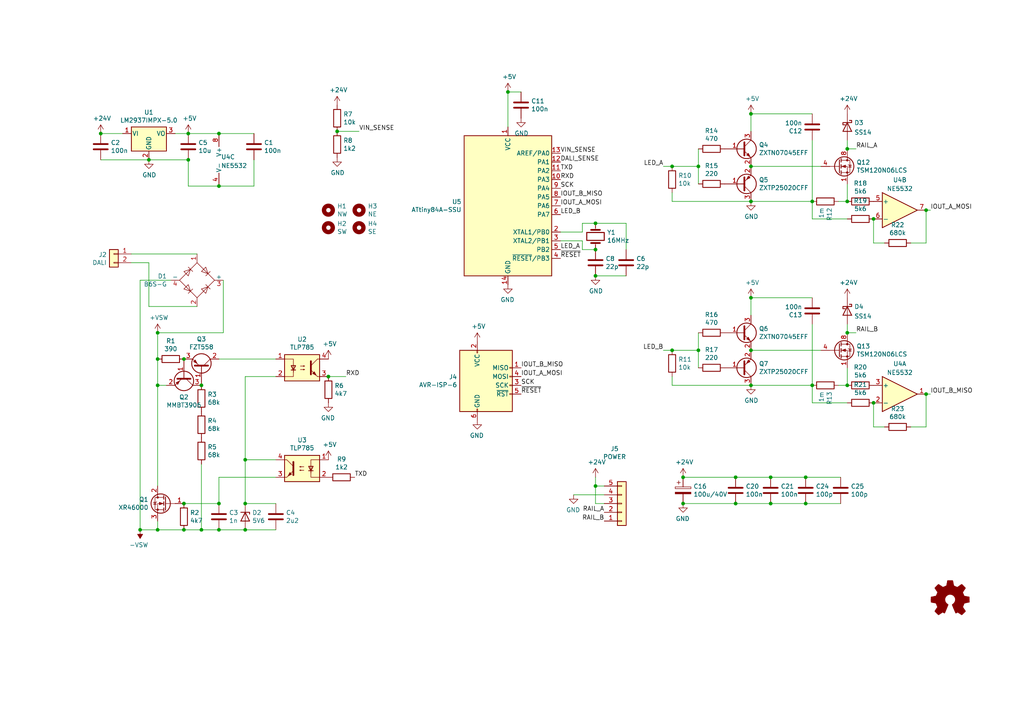
<source format=kicad_sch>
(kicad_sch (version 20211123) (generator eeschema)
  (paper "A4")
  (lib_symbols
    (symbol "Amplifier_Operational:NE5532" (pin_names (offset 0.127))
      (property "Reference" "U" (at 0 5.08 0))
      (property "Value" "NE5532" (at 0 -5.08 0))
      (symbol "NE5532_1_1"
        (pin output line (at 7.62 0 180) (length 2.54) (name "~") (number "1"))
        (pin input line (at -7.62 -2.54 0) (length 2.54) (name "-") (number "2"))
        (pin input line (at -7.62 2.54 0) (length 2.54) (name "+") (number "3"))
      )
      (symbol "NE5532_2_1"
        (pin input line (at -7.62 2.54 0) (length 2.54) (name "+") (number "5"))
        (pin input line (at -7.62 -2.54 0) (length 2.54) (name "-") (number "6"))
        (pin output line (at 7.62 0 180) (length 2.54) (name "~") (number "7"))
      )
      (symbol "NE5532_3_1"
        (pin power_in line (at -2.54 -7.62 90) (length 3.81) (name "V-") (number "4"))
        (pin power_in line (at -2.54 7.62 270) (length 3.81) (name "V+") (number "8"))
      )
    )
    (symbol "Connector:AVR-ISP-6" (pin_names (offset 1.016))
      (property "Reference" "J" (at -6.35 11.43 0))
      (property "Value" "AVR-ISP-6" (at 0 11.43 0))
      (symbol "AVR-ISP-6_1_1"
        (pin passive line (at 10.16 5.08 180) (length 2.54) (name "MISO") (number "1"))
        (pin passive line (at -2.54 12.7 270) (length 2.54) (name "VCC") (number "2"))
        (pin passive line (at 10.16 0 180) (length 2.54) (name "SCK") (number "3"))
        (pin passive line (at 10.16 2.54 180) (length 2.54) (name "MOSI") (number "4"))
        (pin passive line (at 10.16 -2.54 180) (length 2.54) (name "~{RST}") (number "5"))
        (pin passive line (at -2.54 -10.16 90) (length 2.54) (name "GND") (number "6"))
      )
    )
    (symbol "Connector_Generic:Conn_01x02" (pin_names (offset 1.016) hide)
      (property "Reference" "J" (at 0 2.54 0))
      (property "Value" "Conn_01x02" (at 0 -5.08 0))
      (symbol "Conn_01x02_1_1"
        (pin passive line (at -5.08 0 0) (length 3.81) (name "Pin_1") (number "1"))
        (pin passive line (at -5.08 -2.54 0) (length 3.81) (name "Pin_2") (number "2"))
      )
    )
    (symbol "Connector_Generic:Conn_01x05" (pin_names (offset 1.016) hide)
      (property "Reference" "J" (at 0 7.62 0))
      (property "Value" "Conn_01x05" (at 0 -7.62 0))
      (symbol "Conn_01x05_1_1"
        (pin passive line (at -5.08 5.08 0) (length 3.81) (name "Pin_1") (number "1"))
        (pin passive line (at -5.08 2.54 0) (length 3.81) (name "Pin_2") (number "2"))
        (pin passive line (at -5.08 0 0) (length 3.81) (name "Pin_3") (number "3"))
        (pin passive line (at -5.08 -2.54 0) (length 3.81) (name "Pin_4") (number "4"))
        (pin passive line (at -5.08 -5.08 0) (length 3.81) (name "Pin_5") (number "5"))
      )
    )
    (symbol "Device:C" (pin_numbers hide) (pin_names (offset 0.254))
      (property "Reference" "C" (at 0.635 2.54 0))
      (property "Value" "C" (at 0.635 -2.54 0))
      (symbol "C_1_1"
        (pin passive line (at 0 3.81 270) (length 2.794) (name "~") (number "1"))
        (pin passive line (at 0 -3.81 90) (length 2.794) (name "~") (number "2"))
      )
    )
    (symbol "Device:C_Polarized" (pin_numbers hide) (pin_names (offset 0.254))
      (property "Reference" "C" (at 0.635 2.54 0))
      (property "Value" "C_Polarized" (at 0.635 -2.54 0))
      (symbol "C_Polarized_1_1"
        (pin passive line (at 0 3.81 270) (length 2.794) (name "~") (number "1"))
        (pin passive line (at 0 -3.81 90) (length 2.794) (name "~") (number "2"))
      )
    )
    (symbol "Device:Crystal" (pin_numbers hide) (pin_names (offset 1.016) hide)
      (property "Reference" "Y" (at 0 3.81 0))
      (property "Value" "Crystal" (at 0 -3.81 0))
      (symbol "Crystal_1_1"
        (pin passive line (at -3.81 0 0) (length 1.27) (name "1") (number "1"))
        (pin passive line (at 3.81 0 180) (length 1.27) (name "2") (number "2"))
      )
    )
    (symbol "Device:D_Schottky" (pin_numbers hide) (pin_names (offset 1.016) hide)
      (property "Reference" "D" (at 0 2.54 0))
      (property "Value" "D_Schottky" (at 0 -2.54 0))
      (symbol "D_Schottky_1_1"
        (pin passive line (at -3.81 0 0) (length 2.54) (name "K") (number "1"))
        (pin passive line (at 3.81 0 180) (length 2.54) (name "A") (number "2"))
      )
    )
    (symbol "Device:D_Zener" (pin_numbers hide) (pin_names (offset 1.016) hide)
      (property "Reference" "D" (at 0 2.54 0))
      (property "Value" "D_Zener" (at 0 -2.54 0))
      (symbol "D_Zener_1_1"
        (pin passive line (at -3.81 0 0) (length 2.54) (name "K") (number "1"))
        (pin passive line (at 3.81 0 180) (length 2.54) (name "A") (number "2"))
      )
    )
    (symbol "Device:Q_NMOS_GDS" (pin_names (offset 0) hide)
      (property "Reference" "Q" (at 5.08 1.27 0))
      (property "Value" "Q_NMOS_GDS" (at 5.08 -1.27 0))
      (symbol "Q_NMOS_GDS_1_1"
        (pin input line (at -5.08 0 0) (length 2.54) (name "G") (number "1"))
        (pin passive line (at 2.54 5.08 270) (length 2.54) (name "D") (number "2"))
        (pin passive line (at 2.54 -5.08 90) (length 2.54) (name "S") (number "3"))
      )
    )
    (symbol "Device:Q_NPN_BEC" (pin_names (offset 0) hide)
      (property "Reference" "Q" (at 5.08 1.27 0))
      (property "Value" "Q_NPN_BEC" (at 5.08 -1.27 0))
      (symbol "Q_NPN_BEC_1_1"
        (pin input line (at -5.08 0 0) (length 5.715) (name "B") (number "1"))
        (pin passive line (at 2.54 -5.08 90) (length 2.54) (name "E") (number "2"))
        (pin passive line (at 2.54 5.08 270) (length 2.54) (name "C") (number "3"))
      )
    )
    (symbol "Device:Q_PNP_BCE" (pin_names (offset 0) hide)
      (property "Reference" "Q" (at 5.08 1.27 0))
      (property "Value" "Q_PNP_BCE" (at 5.08 -1.27 0))
      (symbol "Q_PNP_BCE_1_1"
        (pin input line (at -5.08 0 0) (length 5.715) (name "B") (number "1"))
        (pin passive line (at 2.54 5.08 270) (length 2.54) (name "C") (number "2"))
        (pin passive line (at 2.54 -5.08 90) (length 2.54) (name "E") (number "3"))
      )
    )
    (symbol "Device:Q_PNP_BEC" (pin_names (offset 0) hide)
      (property "Reference" "Q" (at 5.08 1.27 0))
      (property "Value" "Q_PNP_BEC" (at 5.08 -1.27 0))
      (symbol "Q_PNP_BEC_1_1"
        (pin input line (at -5.08 0 0) (length 5.715) (name "B") (number "1"))
        (pin passive line (at 2.54 -5.08 90) (length 2.54) (name "E") (number "2"))
        (pin passive line (at 2.54 5.08 270) (length 2.54) (name "C") (number "3"))
      )
    )
    (symbol "Device:R" (pin_numbers hide) (pin_names (offset 0))
      (property "Reference" "R" (at 2.032 0 90))
      (property "Value" "R" (at 0 0 90))
      (symbol "R_1_1"
        (pin passive line (at 0 3.81 270) (length 1.27) (name "~") (number "1"))
        (pin passive line (at 0 -3.81 90) (length 1.27) (name "~") (number "2"))
      )
    )
    (symbol "Diode_Bridge:MB6S" (pin_names (offset 0))
      (property "Reference" "D" (at 2.54 6.985 0))
      (property "Value" "MB6S" (at 2.54 5.08 0))
      (symbol "MB6S_1_1"
        (pin passive line (at 0 -7.62 90) (length 2.54) (name "~") (number "1"))
        (pin passive line (at 0 7.62 270) (length 2.54) (name "~") (number "2"))
        (pin passive line (at 7.62 0 180) (length 2.54) (name "+") (number "3"))
        (pin passive line (at -7.62 0 0) (length 2.54) (name "-") (number "4"))
      )
    )
    (symbol "Graphic:Logo_Open_Hardware_Small" (pin_names (offset 1.016)))
    (symbol "Isolator:TLP785" (pin_names (offset 1.016))
      (property "Reference" "U" (at -5.08 5.08 0))
      (property "Value" "TLP785" (at 0 5.08 0))
      (symbol "TLP785_1_1"
        (pin passive line (at -7.62 2.54 0) (length 2.54) (name "~") (number "1"))
        (pin passive line (at -7.62 -2.54 0) (length 2.54) (name "~") (number "2"))
        (pin passive line (at 7.62 -2.54 180) (length 2.54) (name "~") (number "3"))
        (pin passive line (at 7.62 2.54 180) (length 2.54) (name "~") (number "4"))
      )
    )
    (symbol "MCU_Microchip_ATtiny:ATtiny84A-SS"
      (property "Reference" "U" (at -12.7 21.59 0))
      (property "Value" "ATtiny84A-SS" (at 2.54 -21.59 0))
      (symbol "ATtiny84A-SS_1_1"
        (pin power_in line (at 0 22.86 270) (length 2.54) (name "VCC") (number "1"))
        (pin bidirectional line (at 15.24 7.62 180) (length 2.54) (name "PA3") (number "10"))
        (pin bidirectional line (at 15.24 10.16 180) (length 2.54) (name "PA2") (number "11"))
        (pin bidirectional line (at 15.24 12.7 180) (length 2.54) (name "PA1") (number "12"))
        (pin bidirectional line (at 15.24 15.24 180) (length 2.54) (name "AREF/PA0") (number "13"))
        (pin power_in line (at 0 -22.86 90) (length 2.54) (name "GND") (number "14"))
        (pin bidirectional line (at 15.24 -7.62 180) (length 2.54) (name "XTAL1/PB0") (number "2"))
        (pin bidirectional line (at 15.24 -10.16 180) (length 2.54) (name "XTAL2/PB1") (number "3"))
        (pin bidirectional line (at 15.24 -15.24 180) (length 2.54) (name "~{RESET}/PB3") (number "4"))
        (pin bidirectional line (at 15.24 -12.7 180) (length 2.54) (name "PB2") (number "5"))
        (pin bidirectional line (at 15.24 -2.54 180) (length 2.54) (name "PA7") (number "6"))
        (pin bidirectional line (at 15.24 0 180) (length 2.54) (name "PA6") (number "7"))
        (pin bidirectional line (at 15.24 2.54 180) (length 2.54) (name "PA5") (number "8"))
        (pin bidirectional line (at 15.24 5.08 180) (length 2.54) (name "PA4") (number "9"))
      )
    )
    (symbol "Mechanical:MountingHole" (pin_names (offset 1.016))
      (property "Reference" "H" (at 0 5.08 0))
      (property "Value" "MountingHole" (at 0 3.175 0))
    )
    (symbol "Regulator_Linear:LM2937xMP" (pin_names (offset 0.254))
      (property "Reference" "U" (at -3.81 3.175 0))
      (property "Value" "LM2937xMP" (at 0 3.175 0))
      (symbol "LM2937xMP_1_1"
        (pin power_in line (at -7.62 0 0) (length 2.54) (name "VI") (number "1"))
        (pin power_in line (at 0 -7.62 90) (length 2.54) (name "GND") (number "2"))
        (pin power_out line (at 7.62 0 180) (length 2.54) (name "VO") (number "3"))
      )
    )
    (symbol "Transistor_BJT:MMBT3906" (pin_names (offset 0) hide)
      (property "Reference" "Q" (at 5.08 1.905 0))
      (property "Value" "MMBT3906" (at 5.08 0 0))
      (symbol "MMBT3906_1_1"
        (pin input line (at -5.08 0 0) (length 5.715) (name "B") (number "1"))
        (pin passive line (at 2.54 -5.08 90) (length 2.54) (name "E") (number "2"))
        (pin passive line (at 2.54 5.08 270) (length 2.54) (name "C") (number "3"))
      )
    )
    (symbol "Transistor_FET:FDS6630A" (pin_names hide)
      (property "Reference" "Q" (at 5.08 2.54 0))
      (property "Value" "FDS6630A" (at 5.08 0 0))
      (symbol "FDS6630A_1_1"
        (pin passive line (at 2.54 -5.08 90) (length 2.54) (name "S") (number "1"))
        (pin passive line (at 2.54 -5.08 90) (length 2.54) hide (name "S") (number "2"))
        (pin passive line (at 2.54 -5.08 90) (length 2.54) hide (name "S") (number "3"))
        (pin input line (at -5.08 0 0) (length 2.54) (name "G") (number "4"))
        (pin passive line (at 2.54 5.08 270) (length 2.54) hide (name "D") (number "5"))
        (pin passive line (at 2.54 5.08 270) (length 2.54) hide (name "D") (number "6"))
        (pin passive line (at 2.54 5.08 270) (length 2.54) hide (name "D") (number "7"))
        (pin passive line (at 2.54 5.08 270) (length 2.54) (name "D") (number "8"))
      )
    )
    (symbol "power:+24V" (power) (pin_names (offset 0))
      (property "Value" "+24V" (at 0 3.556 0))
      (symbol "+24V_1_1"
        (pin power_in line (at 0 0 90) (length 0) hide (name "+24V") (number "1"))
      )
    )
    (symbol "power:+5V" (power) (pin_names (offset 0))
      (property "Value" "+5V" (at 0 3.556 0))
      (symbol "+5V_1_1"
        (pin power_in line (at 0 0 90) (length 0) hide (name "+5V") (number "1"))
      )
    )
    (symbol "power:+VSW" (power) (pin_names (offset 0))
      (property "Value" "+VSW" (at 0 3.556 0))
      (symbol "+VSW_1_1"
        (pin power_in line (at 0 0 90) (length 0) hide (name "+VSW") (number "1"))
      )
    )
    (symbol "power:-VSW" (power) (pin_names (offset 0))
      (property "Value" "-VSW" (at 0 3.81 0))
      (symbol "-VSW_0_0"
        (pin power_in line (at 0 0 90) (length 0) hide (name "-VSW") (number "1"))
      )
    )
    (symbol "power:GND" (power) (pin_names (offset 0))
      (property "Value" "GND" (at 0 -3.81 0))
      (symbol "GND_1_1"
        (pin power_in line (at 0 0 270) (length 0) hide (name "GND") (number "1"))
      )
    )
  )
  (junction (at 194.945 101.6))
  (junction (at 45.72 96.52))
  (junction (at 217.805 86.36))
  (junction (at 233.68 138.43))
  (junction (at 95.25 109.22))
  (junction (at 235.585 111.76))
  (junction (at 198.12 146.05))
  (junction (at 97.79 38.1))
  (junction (at 63.5 153.67))
  (junction (at 253.365 63.5))
  (junction (at 45.72 104.14))
  (junction (at 71.12 133.35))
  (junction (at 268.605 114.3))
  (junction (at 245.745 96.52))
  (junction (at 245.745 111.76))
  (junction (at 45.72 111.76))
  (junction (at 58.42 111.76))
  (junction (at 29.21 38.735))
  (junction (at 40.64 153.67))
  (junction (at 245.745 43.18))
  (junction (at 213.36 146.05))
  (junction (at 147.32 26.67))
  (junction (at 268.605 60.96))
  (junction (at 217.805 101.6))
  (junction (at 172.72 72.39))
  (junction (at 53.34 146.05))
  (junction (at 63.5 38.735))
  (junction (at 233.68 146.05))
  (junction (at 217.805 58.42))
  (junction (at 71.12 146.05))
  (junction (at 217.805 111.76))
  (junction (at 245.745 58.42))
  (junction (at 58.42 153.67))
  (junction (at 198.12 138.43))
  (junction (at 172.72 64.77))
  (junction (at 53.34 153.67))
  (junction (at 172.72 140.97))
  (junction (at 45.72 153.67))
  (junction (at 54.61 38.735))
  (junction (at 223.52 146.05))
  (junction (at 202.565 48.26))
  (junction (at 71.12 153.67))
  (junction (at 223.52 138.43))
  (junction (at 63.5 146.05))
  (junction (at 253.365 116.84))
  (junction (at 172.72 80.01))
  (junction (at 63.5 53.975))
  (junction (at 54.61 46.355))
  (junction (at 43.18 46.355))
  (junction (at 235.585 58.42))
  (junction (at 202.565 101.6))
  (junction (at 194.945 48.26))
  (junction (at 53.34 104.14))
  (junction (at 213.36 138.43))
  (junction (at 217.805 48.26))
  (junction (at 217.805 33.02))
  (wire (pts (xy 198.12 138.43) (xy 213.36 138.43)))
  (wire (pts (xy 198.12 146.05) (xy 213.36 146.05)))
  (wire (pts (xy 181.61 64.77) (xy 172.72 64.77)))
  (wire (pts (xy 43.18 88.9) (xy 43.18 76.2)))
  (wire (pts (xy 264.16 70.485) (xy 268.605 70.485)))
  (wire (pts (xy 175.26 140.97) (xy 172.72 140.97)))
  (wire (pts (xy 63.5 38.735) (xy 73.66 38.735)))
  (wire (pts (xy 245.745 93.98) (xy 245.745 96.52)))
  (wire (pts (xy 202.565 53.34) (xy 202.565 48.26)))
  (wire (pts (xy 181.61 72.39) (xy 181.61 64.77)))
  (wire (pts (xy 38.1 73.66) (xy 57.15 73.66)))
  (wire (pts (xy 147.32 26.67) (xy 147.32 36.83)))
  (wire (pts (xy 63.5 104.14) (xy 80.01 104.14)))
  (wire (pts (xy 80.01 133.35) (xy 71.12 133.35)))
  (wire (pts (xy 245.745 111.76) (xy 245.745 106.68)))
  (wire (pts (xy 168.91 69.85) (xy 168.91 72.39)))
  (wire (pts (xy 71.12 153.67) (xy 80.01 153.67)))
  (wire (pts (xy 172.72 138.43) (xy 172.72 140.97)))
  (wire (pts (xy 253.365 123.825) (xy 256.54 123.825)))
  (wire (pts (xy 172.72 146.05) (xy 175.26 146.05)))
  (wire (pts (xy 235.585 63.5) (xy 235.585 58.42)))
  (wire (pts (xy 166.37 143.51) (xy 175.26 143.51)))
  (wire (pts (xy 58.42 134.62) (xy 58.42 153.67)))
  (wire (pts (xy 45.72 153.67) (xy 45.72 151.13)))
  (wire (pts (xy 71.12 146.05) (xy 71.12 133.35)))
  (wire (pts (xy 217.805 48.26) (xy 238.125 48.26)))
  (wire (pts (xy 63.5 138.43) (xy 63.5 146.05)))
  (wire (pts (xy 245.745 58.42) (xy 245.745 53.34)))
  (wire (pts (xy 162.56 69.85) (xy 168.91 69.85)))
  (wire (pts (xy 49.53 81.28) (xy 40.64 81.28)))
  (wire (pts (xy 151.13 26.67) (xy 147.32 26.67)))
  (wire (pts (xy 202.565 106.68) (xy 202.565 101.6)))
  (wire (pts (xy 217.805 91.44) (xy 217.805 86.36)))
  (wire (pts (xy 233.68 146.05) (xy 243.84 146.05)))
  (wire (pts (xy 194.945 101.6) (xy 192.405 101.6)))
  (wire (pts (xy 40.64 81.28) (xy 40.64 153.67)))
  (wire (pts (xy 53.34 153.67) (xy 58.42 153.67)))
  (wire (pts (xy 168.91 67.31) (xy 168.91 64.77)))
  (wire (pts (xy 223.52 146.05) (xy 233.68 146.05)))
  (wire (pts (xy 256.54 70.485) (xy 253.365 70.485)))
  (wire (pts (xy 45.72 104.14) (xy 45.72 96.52)))
  (wire (pts (xy 238.125 101.6) (xy 217.805 101.6)))
  (wire (pts (xy 73.66 53.975) (xy 73.66 46.355)))
  (wire (pts (xy 43.18 76.2) (xy 38.1 76.2)))
  (wire (pts (xy 235.585 93.98) (xy 235.585 111.76)))
  (wire (pts (xy 194.945 101.6) (xy 202.565 101.6)))
  (wire (pts (xy 162.56 67.31) (xy 168.91 67.31)))
  (wire (pts (xy 58.42 153.67) (xy 63.5 153.67)))
  (wire (pts (xy 48.26 111.76) (xy 45.72 111.76)))
  (wire (pts (xy 202.565 101.6) (xy 202.565 96.52)))
  (wire (pts (xy 54.61 46.355) (xy 54.61 53.975)))
  (wire (pts (xy 194.945 109.22) (xy 194.945 111.76)))
  (wire (pts (xy 54.61 38.735) (xy 63.5 38.735)))
  (wire (pts (xy 217.805 38.1) (xy 217.805 33.02)))
  (wire (pts (xy 45.72 111.76) (xy 45.72 104.14)))
  (wire (pts (xy 45.72 140.97) (xy 45.72 111.76)))
  (wire (pts (xy 243.205 58.42) (xy 245.745 58.42)))
  (wire (pts (xy 43.18 88.9) (xy 57.15 88.9)))
  (wire (pts (xy 194.945 111.76) (xy 217.805 111.76)))
  (wire (pts (xy 40.64 153.67) (xy 45.72 153.67)))
  (wire (pts (xy 268.605 60.96) (xy 269.875 60.96)))
  (wire (pts (xy 202.565 48.26) (xy 194.945 48.26)))
  (wire (pts (xy 64.77 96.52) (xy 64.77 81.28)))
  (wire (pts (xy 43.18 46.355) (xy 54.61 46.355)))
  (wire (pts (xy 181.61 80.01) (xy 172.72 80.01)))
  (wire (pts (xy 223.52 138.43) (xy 233.68 138.43)))
  (wire (pts (xy 100.33 109.22) (xy 95.25 109.22)))
  (wire (pts (xy 268.605 123.825) (xy 264.16 123.825)))
  (wire (pts (xy 202.565 48.26) (xy 202.565 43.18)))
  (wire (pts (xy 213.36 146.05) (xy 223.52 146.05)))
  (wire (pts (xy 194.945 48.26) (xy 192.405 48.26)))
  (wire (pts (xy 268.605 70.485) (xy 268.605 60.96)))
  (wire (pts (xy 233.68 138.43) (xy 243.84 138.43)))
  (wire (pts (xy 50.8 38.735) (xy 54.61 38.735)))
  (wire (pts (xy 71.12 109.22) (xy 80.01 109.22)))
  (wire (pts (xy 213.36 138.43) (xy 223.52 138.43)))
  (wire (pts (xy 71.12 133.35) (xy 71.12 109.22)))
  (wire (pts (xy 268.605 114.3) (xy 269.875 114.3)))
  (wire (pts (xy 53.34 153.67) (xy 45.72 153.67)))
  (wire (pts (xy 63.5 153.67) (xy 71.12 153.67)))
  (wire (pts (xy 253.365 123.825) (xy 253.365 116.84)))
  (wire (pts (xy 194.945 58.42) (xy 217.805 58.42)))
  (wire (pts (xy 104.14 38.1) (xy 97.79 38.1)))
  (wire (pts (xy 63.5 53.975) (xy 73.66 53.975)))
  (wire (pts (xy 29.21 38.735) (xy 35.56 38.735)))
  (wire (pts (xy 217.805 33.02) (xy 235.585 33.02)))
  (wire (pts (xy 71.12 146.05) (xy 80.01 146.05)))
  (wire (pts (xy 168.91 64.77) (xy 172.72 64.77)))
  (wire (pts (xy 217.805 86.36) (xy 235.585 86.36)))
  (wire (pts (xy 80.01 138.43) (xy 63.5 138.43)))
  (wire (pts (xy 217.805 111.76) (xy 235.585 111.76)))
  (wire (pts (xy 172.72 140.97) (xy 172.72 146.05)))
  (wire (pts (xy 235.585 40.64) (xy 235.585 58.42)))
  (wire (pts (xy 54.61 53.975) (xy 63.5 53.975)))
  (wire (pts (xy 253.365 70.485) (xy 253.365 63.5)))
  (wire (pts (xy 268.605 114.3) (xy 268.605 123.825)))
  (wire (pts (xy 45.72 96.52) (xy 64.77 96.52)))
  (wire (pts (xy 248.285 43.18) (xy 245.745 43.18)))
  (wire (pts (xy 172.72 72.39) (xy 168.91 72.39)))
  (wire (pts (xy 245.745 40.64) (xy 245.745 43.18)))
  (wire (pts (xy 235.585 116.84) (xy 235.585 111.76)))
  (wire (pts (xy 245.745 63.5) (xy 235.585 63.5)))
  (wire (pts (xy 29.21 46.355) (xy 43.18 46.355)))
  (wire (pts (xy 245.745 116.84) (xy 235.585 116.84)))
  (wire (pts (xy 217.805 58.42) (xy 235.585 58.42)))
  (wire (pts (xy 63.5 146.05) (xy 53.34 146.05)))
  (wire (pts (xy 248.285 96.52) (xy 245.745 96.52)))
  (wire (pts (xy 243.205 111.76) (xy 245.745 111.76)))
  (wire (pts (xy 194.945 55.88) (xy 194.945 58.42)))
  (label "IOUT_B_MISO" (at 269.875 114.3 0))
  (label "IOUT_B_MISO" (at 162.56 57.15 0))
  (label "VIN_SENSE" (at 162.56 44.45 0))
  (label "RXD" (at 100.33 109.22 0))
  (label "RAIL_A" (at 248.285 43.18 0))
  (label "~{RESET}" (at 162.56 74.93 0))
  (label "RAIL_B" (at 248.285 96.52 0))
  (label "~{RESET}" (at 151.13 114.3 0))
  (label "IOUT_A_MOSI" (at 269.875 60.96 0))
  (label "RXD" (at 162.56 52.07 0))
  (label "VIN_SENSE" (at 104.14 38.1 0))
  (label "DALI_SENSE" (at 162.56 46.99 0))
  (label "SCK" (at 151.13 111.76 0))
  (label "TXD" (at 162.56 49.53 0))
  (label "IOUT_A_MOSI" (at 162.56 59.69 0))
  (label "SCK" (at 162.56 54.61 0))
  (label "RAIL_A" (at 175.26 148.59 180))
  (label "RAIL_B" (at 175.26 151.13 180))
  (label "LED_B" (at 192.405 101.6 180))
  (label "LED_A" (at 192.405 48.26 180))
  (label "IOUT_B_MISO" (at 151.13 106.68 0))
  (label "TXD" (at 102.87 138.43 0))
  (label "IOUT_A_MOSI" (at 151.13 109.22 0))
  (label "LED_B" (at 162.56 62.23 0))
  (label "LED_A" (at 162.56 72.39 0))
  (symbol (lib_id "power:+24V") (at 29.21 38.735 0) (unit 1)
    (property "Reference" "#PWR0101" (effects hide))
    (property "Value" "+24V" (at 29.591 34.3408 0))
  )
  (symbol (lib_id "Device:C_Polarized") (at 198.12 142.24 0) (unit 1)
    (property "Reference" "C16" (at 201.1172 141.0716 0) (effects (justify left)))
    (property "Value" "100u/40V" (at 201.1172 143.383 0) (effects (justify left)))
    (property "Footprint" "Capacitor_SMD:CP_Elec_10x10.5" (effects hide))
  )
  (symbol (lib_id "Device:C") (at 235.585 36.83 180) (unit 1)
    (property "Reference" "C12" (at 232.664 37.9984 0) (effects (justify left)))
    (property "Value" "100n" (at 232.664 35.687 0) (effects (justify left)))
    (property "Footprint" "Capacitor_SMD:C_0805_2012Metric_Pad1.18x1.45mm_HandSolder" (effects hide))
  )
  (symbol (lib_id "Transistor_FET:FDS6630A") (at 243.205 48.26 0) (unit 1)
    (property "Reference" "Q12" (at 248.412 47.0916 0) (effects (justify left)))
    (property "Value" "TSM120N06LCS" (at 248.412 49.403 0) (effects (justify left)))
    (property "Footprint" "Package_SO:SOIC-8_3.9x4.9mm_P1.27mm" (effects hide))
    (property "Datasheet" "http://www.onsemi.com/pub/Collateral/FDS6630A-D.pdf" (effects hide))
  )
  (symbol (lib_id "power:+24V") (at 245.745 33.02 0) (unit 1)
    (property "Reference" "#PWR0102" (effects hide))
    (property "Value" "+24V" (at 246.126 28.6258 0))
  )
  (symbol (lib_id "power:GND") (at 43.18 46.355 0) (unit 1)
    (property "Reference" "#PWR0115" (effects hide))
    (property "Value" "GND" (at 43.307 50.7492 0))
  )
  (symbol (lib_id "Regulator_Linear:LM2937xMP") (at 43.18 38.735 0) (unit 1)
    (property "Reference" "U1" (at 43.18 32.5882 0))
    (property "Value" "LM2937IMPX-5.0" (at 43.18 34.8996 0))
    (property "Footprint" "Package_TO_SOT_SMD:SOT-223-3_TabPin2" (effects hide))
    (property "Datasheet" "http://www.ti.com/lit/ds/symlink/lm2937.pdf" (effects hide))
  )
  (symbol (lib_id "Device:C") (at 54.61 42.545 0) (unit 1)
    (property "Reference" "C5" (at 57.531 41.3766 0) (effects (justify left)))
    (property "Value" "10u" (at 57.531 43.688 0) (effects (justify left)))
    (property "Footprint" "Capacitor_SMD:C_0805_2012Metric_Pad1.18x1.45mm_HandSolder" (effects hide))
  )
  (symbol (lib_id "Device:C") (at 29.21 42.545 0) (unit 1)
    (property "Reference" "C2" (at 32.131 41.3766 0) (effects (justify left)))
    (property "Value" "100n" (at 32.131 43.688 0) (effects (justify left)))
    (property "Footprint" "Capacitor_SMD:C_0805_2012Metric_Pad1.18x1.45mm_HandSolder" (effects hide))
  )
  (symbol (lib_id "Device:R") (at 194.945 52.07 0) (unit 1)
    (property "Reference" "R10" (at 196.723 50.9016 0) (effects (justify left)))
    (property "Value" "10k" (at 196.723 53.213 0) (effects (justify left)))
    (property "Footprint" "Resistor_SMD:R_0805_2012Metric_Pad1.20x1.40mm_HandSolder" (effects hide))
  )
  (symbol (lib_id "power:GND") (at 217.805 58.42 0) (unit 1)
    (property "Reference" "#PWR0103" (effects hide))
    (property "Value" "GND" (at 217.932 62.8142 0))
  )
  (symbol (lib_id "power:+5V") (at 217.805 33.02 0) (unit 1)
    (property "Reference" "#PWR0104" (effects hide))
    (property "Value" "+5V" (at 218.186 28.6258 0))
  )
  (symbol (lib_id "Device:C") (at 235.585 90.17 180) (unit 1)
    (property "Reference" "C13" (at 232.664 91.3384 0) (effects (justify left)))
    (property "Value" "100n" (at 232.664 89.027 0) (effects (justify left)))
    (property "Footprint" "Capacitor_SMD:C_0805_2012Metric_Pad1.18x1.45mm_HandSolder" (effects hide))
  )
  (symbol (lib_id "Transistor_FET:FDS6630A") (at 243.205 101.6 0) (unit 1)
    (property "Reference" "Q13" (at 248.412 100.4316 0) (effects (justify left)))
    (property "Value" "TSM120N06LCS" (at 248.412 102.743 0) (effects (justify left)))
    (property "Footprint" "Package_SO:SOIC-8_3.9x4.9mm_P1.27mm" (effects hide))
    (property "Datasheet" "http://www.onsemi.com/pub/Collateral/FDS6630A-D.pdf" (effects hide))
  )
  (symbol (lib_id "power:+24V") (at 245.745 86.36 0) (unit 1)
    (property "Reference" "#PWR0105" (effects hide))
    (property "Value" "+24V" (at 246.126 81.9658 0))
  )
  (symbol (lib_id "Device:R") (at 194.945 105.41 0) (unit 1)
    (property "Reference" "R11" (at 196.723 104.2416 0) (effects (justify left)))
    (property "Value" "10k" (at 196.723 106.553 0) (effects (justify left)))
    (property "Footprint" "Resistor_SMD:R_0805_2012Metric_Pad1.20x1.40mm_HandSolder" (effects hide))
  )
  (symbol (lib_id "power:GND") (at 217.805 111.76 0) (unit 1)
    (property "Reference" "#PWR0106" (effects hide))
    (property "Value" "GND" (at 217.932 116.1542 0))
  )
  (symbol (lib_id "power:+5V") (at 217.805 86.36 0) (unit 1)
    (property "Reference" "#PWR0107" (effects hide))
    (property "Value" "+5V" (at 218.186 81.9658 0))
  )
  (symbol (lib_id "Device:Crystal") (at 172.72 68.58 270) (unit 1)
    (property "Reference" "Y1" (at 176.0474 67.4116 90) (effects (justify left)))
    (property "Value" "16MHz" (at 176.0474 69.723 90) (effects (justify left)))
    (property "Footprint" "Crystal:Crystal_SMD_HC49-SD" (effects hide))
  )
  (symbol (lib_id "Device:C") (at 181.61 76.2 0) (unit 1)
    (property "Reference" "C6" (at 184.531 75.0316 0) (effects (justify left)))
    (property "Value" "22p" (at 184.531 77.343 0) (effects (justify left)))
    (property "Footprint" "Capacitor_SMD:C_0805_2012Metric_Pad1.18x1.45mm_HandSolder" (effects hide))
  )
  (symbol (lib_id "Device:C") (at 172.72 76.2 0) (unit 1)
    (property "Reference" "C8" (at 175.641 75.0316 0) (effects (justify left)))
    (property "Value" "22p" (at 175.641 77.343 0) (effects (justify left)))
    (property "Footprint" "Capacitor_SMD:C_0805_2012Metric_Pad1.18x1.45mm_HandSolder" (effects hide))
  )
  (symbol (lib_id "power:GND") (at 172.72 80.01 0) (unit 1)
    (property "Reference" "#PWR0116" (effects hide))
    (property "Value" "GND" (at 172.847 84.4042 0))
  )
  (symbol (lib_id "power:+5V") (at 54.61 38.735 0) (unit 1)
    (property "Reference" "#PWR0114" (effects hide))
    (property "Value" "+5V" (at 54.991 34.3408 0))
  )
  (symbol (lib_id "power:GND") (at 147.32 82.55 0) (mirror y) (unit 1)
    (property "Reference" "#PWR0117" (effects hide))
    (property "Value" "GND" (at 147.193 86.9442 0))
  )
  (symbol (lib_id "Device:C") (at 151.13 30.48 0) (unit 1)
    (property "Reference" "C11" (at 154.051 29.3116 0) (effects (justify left)))
    (property "Value" "100n" (at 154.051 31.623 0) (effects (justify left)))
    (property "Footprint" "Capacitor_SMD:C_0805_2012Metric_Pad1.18x1.45mm_HandSolder" (effects hide))
  )
  (symbol (lib_id "power:+5V") (at 147.32 26.67 0) (unit 1)
    (property "Reference" "#PWR0118" (effects hide))
    (property "Value" "+5V" (at 147.701 22.2758 0))
  )
  (symbol (lib_id "power:GND") (at 151.13 34.29 0) (unit 1)
    (property "Reference" "#PWR0119" (effects hide))
    (property "Value" "GND" (at 151.257 38.6842 0))
  )
  (symbol (lib_id "Connector:AVR-ISP-6") (at 140.97 111.76 0) (unit 1)
    (property "Reference" "J4" (at 132.6134 109.3216 0) (effects (justify right)))
    (property "Value" "AVR-ISP-6" (at 132.6134 111.633 0) (effects (justify right)))
    (property "Footprint" "Connector_PinHeader_2.54mm:PinHeader_2x03_P2.54mm_Vertical" (effects hide))
    (property "Datasheet" " ~" (effects hide))
  )
  (symbol (lib_id "power:GND") (at 138.43 121.92 0) (mirror y) (unit 1)
    (property "Reference" "#PWR0120" (effects hide))
    (property "Value" "GND" (at 138.303 126.3142 0))
  )
  (symbol (lib_id "power:+5V") (at 138.43 99.06 0) (unit 1)
    (property "Reference" "#PWR0121" (effects hide))
    (property "Value" "+5V" (at 138.811 94.6658 0))
  )
  (symbol (lib_id "power:-VSW") (at 40.64 153.67 180) (unit 1)
    (property "Reference" "#PWR0122" (effects hide))
    (property "Value" "-VSW" (at 40.259 158.0642 0))
  )
  (symbol (lib_id "power:+VSW") (at 45.72 96.52 0) (unit 1)
    (property "Reference" "#PWR0123" (effects hide))
    (property "Value" "+VSW" (at 46.101 92.1258 0))
  )
  (symbol (lib_id "Connector_Generic:Conn_01x02") (at 33.02 73.66 0) (mirror y) (unit 1)
    (property "Reference" "J2" (at 30.988 73.8632 0) (effects (justify left)))
    (property "Value" "DALI" (at 30.988 76.1746 0) (effects (justify left)))
    (property "Footprint" "TerminalBlock_Phoenix:TerminalBlock_Phoenix_MKDS-1,5-2_1x02_P5.00mm_Horizontal" (effects hide))
  )
  (symbol (lib_id "Device:C") (at 213.36 142.24 0) (unit 1)
    (property "Reference" "C20" (at 216.281 141.0716 0) (effects (justify left)))
    (property "Value" "100n" (at 216.281 143.383 0) (effects (justify left)))
    (property "Footprint" "Capacitor_SMD:C_0805_2012Metric_Pad1.18x1.45mm_HandSolder" (effects hide))
  )
  (symbol (lib_id "Device:C") (at 233.68 142.24 0) (unit 1)
    (property "Reference" "C24" (at 236.601 141.0716 0) (effects (justify left)))
    (property "Value" "100p" (at 236.601 143.383 0) (effects (justify left)))
    (property "Footprint" "Capacitor_SMD:C_0805_2012Metric_Pad1.18x1.45mm_HandSolder" (effects hide))
  )
  (symbol (lib_id "Device:Q_NPN_BEC") (at 215.265 43.18 0) (unit 1)
    (property "Reference" "Q4" (at 220.1164 42.0116 0) (effects (justify left)))
    (property "Value" "ZXTN07045EFF" (at 220.1164 44.323 0) (effects (justify left)))
    (property "Footprint" "Package_TO_SOT_SMD:SOT-23" (effects hide))
  )
  (symbol (lib_id "Device:Q_PNP_BEC") (at 215.265 53.34 0) (mirror x) (unit 1)
    (property "Reference" "Q5" (at 220.1164 52.1716 0) (effects (justify left)))
    (property "Value" "ZXTP25020CFF" (at 220.1164 54.483 0) (effects (justify left)))
    (property "Footprint" "Package_TO_SOT_SMD:SOT-23" (effects hide))
  )
  (symbol (lib_id "Device:Q_NPN_BEC") (at 215.265 96.52 0) (unit 1)
    (property "Reference" "Q6" (at 220.1164 95.3516 0) (effects (justify left)))
    (property "Value" "ZXTN07045EFF" (at 220.1164 97.663 0) (effects (justify left)))
    (property "Footprint" "Package_TO_SOT_SMD:SOT-23" (effects hide))
  )
  (symbol (lib_id "Device:Q_PNP_BEC") (at 215.265 106.68 0) (mirror x) (unit 1)
    (property "Reference" "Q7" (at 220.1164 105.5116 0) (effects (justify left)))
    (property "Value" "ZXTP25020CFF" (at 220.1164 107.823 0) (effects (justify left)))
    (property "Footprint" "Package_TO_SOT_SMD:SOT-23" (effects hide))
  )
  (symbol (lib_id "Device:C") (at 223.52 142.24 0) (unit 1)
    (property "Reference" "C21" (at 226.441 141.0716 0) (effects (justify left)))
    (property "Value" "100n" (at 226.441 143.383 0) (effects (justify left)))
    (property "Footprint" "Capacitor_SMD:C_0805_2012Metric_Pad1.18x1.45mm_HandSolder" (effects hide))
  )
  (symbol (lib_id "Device:C") (at 243.84 142.24 0) (unit 1)
    (property "Reference" "C25" (at 246.761 141.0716 0) (effects (justify left)))
    (property "Value" "100p" (at 246.761 143.383 0) (effects (justify left)))
    (property "Footprint" "Capacitor_SMD:C_0805_2012Metric_Pad1.18x1.45mm_HandSolder" (effects hide))
  )
  (symbol (lib_id "Device:R") (at 97.79 34.29 0) (unit 1)
    (property "Reference" "R7" (at 99.568 33.1216 0) (effects (justify left)))
    (property "Value" "10k" (at 99.568 35.433 0) (effects (justify left)))
    (property "Footprint" "Resistor_SMD:R_0805_2012Metric_Pad1.20x1.40mm_HandSolder" (effects hide))
  )
  (symbol (lib_id "Device:R") (at 97.79 41.91 0) (unit 1)
    (property "Reference" "R8" (at 99.568 40.7416 0) (effects (justify left)))
    (property "Value" "1k2" (at 99.568 43.053 0) (effects (justify left)))
    (property "Footprint" "Resistor_SMD:R_0805_2012Metric_Pad1.20x1.40mm_HandSolder" (effects hide))
  )
  (symbol (lib_id "power:GND") (at 97.79 45.72 0) (unit 1)
    (property "Reference" "#PWR0124" (effects hide))
    (property "Value" "GND" (at 97.917 50.1142 0))
  )
  (symbol (lib_id "power:+24V") (at 97.79 30.48 0) (unit 1)
    (property "Reference" "#PWR0127" (effects hide))
    (property "Value" "+24V" (at 98.171 26.0858 0))
  )
  (symbol (lib_id "Device:R") (at 58.42 130.81 0) (unit 1)
    (property "Reference" "R5" (at 60.198 129.6416 0) (effects (justify left)))
    (property "Value" "68k" (at 60.198 131.953 0) (effects (justify left)))
    (property "Footprint" "Resistor_SMD:R_1206_3216Metric_Pad1.30x1.75mm_HandSolder" (effects hide))
  )
  (symbol (lib_id "Device:R") (at 58.42 123.19 0) (unit 1)
    (property "Reference" "R4" (at 60.198 122.0216 0) (effects (justify left)))
    (property "Value" "68k" (at 60.198 124.333 0) (effects (justify left)))
    (property "Footprint" "Resistor_SMD:R_1206_3216Metric_Pad1.30x1.75mm_HandSolder" (effects hide))
  )
  (symbol (lib_id "Device:R") (at 58.42 115.57 0) (unit 1)
    (property "Reference" "R3" (at 60.198 114.4016 0) (effects (justify left)))
    (property "Value" "68k" (at 60.198 116.713 0) (effects (justify left)))
    (property "Footprint" "Resistor_SMD:R_1206_3216Metric_Pad1.30x1.75mm_HandSolder" (effects hide))
  )
  (symbol (lib_id "Device:R") (at 206.375 106.68 270) (unit 1)
    (property "Reference" "R17" (at 206.375 101.4222 90))
    (property "Value" "220" (at 206.375 103.7336 90))
    (property "Footprint" "Resistor_SMD:R_0805_2012Metric_Pad1.20x1.40mm_HandSolder" (effects hide))
  )
  (symbol (lib_id "Device:R") (at 206.375 53.34 270) (unit 1)
    (property "Reference" "R15" (at 206.375 48.0822 90))
    (property "Value" "220" (at 206.375 50.3936 90))
    (property "Footprint" "Resistor_SMD:R_0805_2012Metric_Pad1.20x1.40mm_HandSolder" (effects hide))
  )
  (symbol (lib_id "Device:R") (at 206.375 43.18 270) (unit 1)
    (property "Reference" "R14" (at 206.375 37.9222 90))
    (property "Value" "470" (at 206.375 40.2336 90))
    (property "Footprint" "Resistor_SMD:R_0805_2012Metric_Pad1.20x1.40mm_HandSolder" (effects hide))
  )
  (symbol (lib_id "Device:R") (at 206.375 96.52 270) (unit 1)
    (property "Reference" "R16" (at 206.375 91.2622 90))
    (property "Value" "470" (at 206.375 93.5736 90))
    (property "Footprint" "Resistor_SMD:R_0805_2012Metric_Pad1.20x1.40mm_HandSolder" (effects hide))
  )
  (symbol (lib_id "Device:Q_PNP_BCE") (at 58.42 106.68 270) (mirror x) (unit 1)
    (property "Reference" "Q3" (at 58.42 98.3488 90))
    (property "Value" "FZT558" (at 58.42 100.6602 90))
    (property "Footprint" "Package_TO_SOT_SMD:SOT-223-3_TabPin2" (effects hide))
  )
  (symbol (lib_id "Device:R") (at 49.53 104.14 270) (unit 1)
    (property "Reference" "R1" (at 49.53 98.8822 90))
    (property "Value" "390" (at 49.53 101.1936 90))
    (property "Footprint" "Resistor_SMD:R_0805_2012Metric_Pad1.20x1.40mm_HandSolder" (effects hide))
  )
  (symbol (lib_id "Device:Q_NMOS_GDS") (at 48.26 146.05 0) (mirror y) (unit 1)
    (property "Reference" "Q1" (at 43.0784 144.8816 0) (effects (justify left)))
    (property "Value" "XR46000" (at 43.0784 147.193 0) (effects (justify left)))
    (property "Footprint" "Package_TO_SOT_SMD:SOT-223-3_TabPin2" (effects hide))
  )
  (symbol (lib_id "Device:R") (at 53.34 149.86 0) (unit 1)
    (property "Reference" "R2" (at 55.118 148.6916 0) (effects (justify left)))
    (property "Value" "4k7" (at 55.118 151.003 0) (effects (justify left)))
    (property "Footprint" "Resistor_SMD:R_0805_2012Metric_Pad1.20x1.40mm_HandSolder" (effects hide))
  )
  (symbol (lib_id "Device:C") (at 63.5 149.86 0) (unit 1)
    (property "Reference" "C3" (at 66.421 148.6916 0) (effects (justify left)))
    (property "Value" "1n" (at 66.421 151.003 0) (effects (justify left)))
    (property "Footprint" "Capacitor_SMD:C_0805_2012Metric_Pad1.18x1.45mm_HandSolder" (effects hide))
  )
  (symbol (lib_id "Device:D_Zener") (at 71.12 149.86 270) (unit 1)
    (property "Reference" "D2" (at 73.152 148.6916 90) (effects (justify left)))
    (property "Value" "5V6" (at 73.152 151.003 90) (effects (justify left)))
    (property "Footprint" "Diode_SMD:D_SOD-123" (effects hide))
  )
  (symbol (lib_id "Device:C") (at 80.01 149.86 0) (unit 1)
    (property "Reference" "C4" (at 82.931 148.6916 0) (effects (justify left)))
    (property "Value" "2u2" (at 82.931 151.003 0) (effects (justify left)))
    (property "Footprint" "Capacitor_SMD:C_0805_2012Metric_Pad1.18x1.45mm_HandSolder" (effects hide))
  )
  (symbol (lib_id "Device:R") (at 95.25 113.03 0) (unit 1)
    (property "Reference" "R6" (at 97.028 111.8616 0) (effects (justify left)))
    (property "Value" "4k7" (at 97.028 114.173 0) (effects (justify left)))
    (property "Footprint" "Resistor_SMD:R_0805_2012Metric_Pad1.20x1.40mm_HandSolder" (effects hide))
  )
  (symbol (lib_id "power:GND") (at 95.25 116.84 0) (mirror y) (unit 1)
    (property "Reference" "#PWR0134" (effects hide))
    (property "Value" "GND" (at 95.123 121.2342 0))
  )
  (symbol (lib_id "Device:R") (at 99.06 138.43 270) (unit 1)
    (property "Reference" "R9" (at 99.06 133.1722 90))
    (property "Value" "1k2" (at 99.06 135.4836 90))
    (property "Footprint" "Resistor_SMD:R_0805_2012Metric_Pad1.20x1.40mm_HandSolder" (effects hide))
  )
  (symbol (lib_id "power:+5V") (at 95.25 133.35 0) (unit 1)
    (property "Reference" "#PWR0135" (effects hide))
    (property "Value" "+5V" (at 95.631 128.9558 0))
  )
  (symbol (lib_id "power:+5V") (at 95.25 104.14 0) (unit 1)
    (property "Reference" "#PWR0136" (effects hide))
    (property "Value" "+5V" (at 95.631 99.7458 0))
  )
  (symbol (lib_id "Transistor_BJT:MMBT3906") (at 53.34 109.22 270) (unit 1)
    (property "Reference" "Q2" (at 53.34 115.189 90))
    (property "Value" "MMBT3906" (at 53.34 117.5004 90))
    (property "Footprint" "Package_TO_SOT_SMD:SOT-23" (effects hide))
    (property "Datasheet" "https://www.onsemi.com/pub/Collateral/2N3906-D.PDF" (effects hide))
  )
  (symbol (lib_id "Diode_Bridge:MB6S") (at 57.15 81.28 0) (mirror x) (unit 1)
    (property "Reference" "D1" (at 48.4378 80.1116 0) (effects (justify right)))
    (property "Value" "B6S-G‎" (at 48.4378 82.423 0) (effects (justify right)))
    (property "Footprint" "Package_TO_SOT_SMD:TO-269AA" (effects hide))
    (property "Datasheet" "http://www.vishay.com/docs/88573/dfs.pdf" (effects hide))
  )
  (symbol (lib_id "Isolator:TLP785") (at 87.63 106.68 0) (unit 1)
    (property "Reference" "U2" (at 87.63 98.425 0))
    (property "Value" "TLP785" (at 87.63 100.7364 0))
    (property "Footprint" "onitake:SMDIP-4_W8.3mm_Clearance6.4mm" (effects hide))
    (property "Datasheet" "https://toshiba.semicon-storage.com/info/docget.jsp?did=10569&prodName=TLP785" (effects hide))
  )
  (symbol (lib_id "Isolator:TLP785") (at 87.63 135.89 0) (mirror y) (unit 1)
    (property "Reference" "U3" (at 87.63 127.635 0))
    (property "Value" "TLP785" (at 87.63 129.9464 0))
    (property "Footprint" "onitake:SMDIP-4_W8.3mm_Clearance6.4mm" (effects hide))
    (property "Datasheet" "https://toshiba.semicon-storage.com/info/docget.jsp?did=10569&prodName=TLP785" (effects hide))
  )
  (symbol (lib_id "Mechanical:MountingHole") (at 95.25 60.96 0) (unit 1)
    (property "Reference" "H1" (at 97.79 59.7916 0) (effects (justify left)))
    (property "Value" "NW" (at 97.79 62.103 0) (effects (justify left)))
    (property "Footprint" "MountingHole:MountingHole_3.2mm_M3_ISO14580" (effects hide))
  )
  (symbol (lib_id "Mechanical:MountingHole") (at 95.25 66.04 0) (unit 1)
    (property "Reference" "H2" (at 97.79 64.8716 0) (effects (justify left)))
    (property "Value" "SW" (at 97.79 67.183 0) (effects (justify left)))
    (property "Footprint" "MountingHole:MountingHole_3.2mm_M3_ISO14580" (effects hide))
  )
  (symbol (lib_id "Mechanical:MountingHole") (at 104.14 60.96 0) (unit 1)
    (property "Reference" "H3" (at 106.68 59.7916 0) (effects (justify left)))
    (property "Value" "NE" (at 106.68 62.103 0) (effects (justify left)))
    (property "Footprint" "MountingHole:MountingHole_3.2mm_M3_ISO14580" (effects hide))
  )
  (symbol (lib_id "Mechanical:MountingHole") (at 104.14 66.04 0) (unit 1)
    (property "Reference" "H4" (at 106.68 64.8716 0) (effects (justify left)))
    (property "Value" "SE" (at 106.68 67.183 0) (effects (justify left)))
    (property "Footprint" "MountingHole:MountingHole_3.2mm_M3_ISO14580" (effects hide))
  )
  (symbol (lib_id "Graphic:Logo_Open_Hardware_Small") (at 275.59 173.99 0) (unit 1)
    (property "Reference" "#LOGO1" (effects hide))
    (property "Value" "Logo_Open_Hardware_Small" (effects hide))
  )
  (symbol (lib_id "Connector_Generic:Conn_01x05") (at 180.34 146.05 0) (mirror x) (unit 1)
    (property "Reference" "J5" (at 178.2572 130.175 0))
    (property "Value" "POWER" (at 178.2572 132.4864 0))
    (property "Footprint" "TerminalBlock_Phoenix:TerminalBlock_Phoenix_MKDS-1,5-5_1x05_P5.00mm_Horizontal" (effects hide))
  )
  (symbol (lib_id "power:+24V") (at 172.72 138.43 0) (unit 1)
    (property "Reference" "#PWR0137" (effects hide))
    (property "Value" "+24V" (at 173.101 134.0358 0))
  )
  (symbol (lib_id "MCU_Microchip_ATtiny:ATtiny84A-SS") (at 147.32 59.69 0) (unit 1)
    (property "Reference" "U5" (at 133.858 58.5216 0) (effects (justify right)))
    (property "Value" "ATtiny84A-SSU" (at 133.858 60.833 0) (effects (justify right)))
    (property "Footprint" "Package_SO:SOIC-14_3.9x8.7mm_P1.27mm" (effects hide))
    (property "Datasheet" "http://ww1.microchip.com/downloads/en/DeviceDoc/doc8183.pdf" (effects hide))
  )
  (symbol (lib_id "Device:D_Schottky") (at 245.745 90.17 270) (unit 1)
    (property "Reference" "D4" (at 247.777 88.944 90) (effects (justify left)))
    (property "Value" "SS14" (at 247.777 91.7191 90) (effects (justify left)))
    (property "Footprint" "Diode_SMD:D_SMA" (effects hide))
  )
  (symbol (lib_id "Device:R") (at 249.555 116.84 270) (unit 1)
    (property "Reference" "R21" (at 249.555 111.5822 90))
    (property "Value" "5k6" (at 249.555 113.8936 90))
    (property "Footprint" "Resistor_SMD:R_0805_2012Metric_Pad1.20x1.40mm_HandSolder" (effects hide))
  )
  (symbol (lib_id "Device:R") (at 260.35 123.825 270) (unit 1)
    (property "Reference" "R23" (at 260.35 118.5672 90))
    (property "Value" "680k" (at 260.35 120.8786 90))
    (property "Footprint" "Resistor_SMD:R_0805_2012Metric_Pad1.20x1.40mm_HandSolder" (effects hide))
  )
  (symbol (lib_id "Amplifier_Operational:NE5532") (at 260.985 114.3 0) (unit 1)
    (property "Reference" "U4" (at 260.985 105.5202 0))
    (property "Value" "NE5532" (at 260.985 108.0571 0))
    (property "Footprint" "Package_SO:SOIC-8_3.9x4.9mm_P1.27mm" (effects hide))
    (property "Datasheet" "http://www.ti.com/lit/ds/symlink/ne5532.pdf" (effects hide))
  )
  (symbol (lib_id "Device:C") (at 73.66 42.545 0) (unit 1)
    (property "Reference" "C1" (at 76.581 41.3766 0) (effects (justify left)))
    (property "Value" "100n" (at 76.581 43.688 0) (effects (justify left)))
    (property "Footprint" "Capacitor_SMD:C_0805_2012Metric_Pad1.18x1.45mm_HandSolder" (effects hide))
  )
  (symbol (lib_id "Device:R") (at 260.35 70.485 270) (unit 1)
    (property "Reference" "R22" (at 260.35 65.2272 90))
    (property "Value" "680k" (at 260.35 67.5386 90))
    (property "Footprint" "Resistor_SMD:R_0805_2012Metric_Pad1.20x1.40mm_HandSolder" (effects hide))
  )
  (symbol (lib_id "power:+24V") (at 198.12 138.43 0) (unit 1)
    (property "Reference" "#PWR0108" (effects hide))
    (property "Value" "+24V" (at 198.501 134.0358 0))
  )
  (symbol (lib_id "Device:R") (at 239.395 58.42 270) (unit 1)
    (property "Reference" "R12" (at 240.5634 60.198 0) (effects (justify left)))
    (property "Value" "1m" (at 238.252 60.198 0) (effects (justify left)))
    (property "Footprint" "onitake:SHUNT_1MILLIOHM" (effects hide))
  )
  (symbol (lib_id "Device:D_Schottky") (at 245.745 36.83 270) (unit 1)
    (property "Reference" "D3" (at 247.777 35.604 90) (effects (justify left)))
    (property "Value" "SS14" (at 247.777 38.3791 90) (effects (justify left)))
    (property "Footprint" "Diode_SMD:D_SMA" (effects hide))
  )
  (symbol (lib_id "Amplifier_Operational:NE5532") (at 260.985 60.96 0) (unit 2)
    (property "Reference" "U4" (at 260.985 52.1802 0))
    (property "Value" "NE5532" (at 260.985 54.7171 0))
    (property "Footprint" "Package_SO:SOIC-8_3.9x4.9mm_P1.27mm" (effects hide))
    (property "Datasheet" "http://www.ti.com/lit/ds/symlink/ne5532.pdf" (effects hide))
  )
  (symbol (lib_id "Amplifier_Operational:NE5532") (at 66.04 46.355 0) (unit 3)
    (property "Reference" "U4" (at 64.135 45.5203 0) (effects (justify left)))
    (property "Value" "NE5532" (at 64.135 48.0572 0) (effects (justify left)))
    (property "Footprint" "Package_SO:SOIC-8_3.9x4.9mm_P1.27mm" (effects hide))
    (property "Datasheet" "http://www.ti.com/lit/ds/symlink/ne5532.pdf" (effects hide))
  )
  (symbol (lib_id "power:GND") (at 198.12 146.05 0) (mirror y) (unit 1)
    (property "Reference" "#PWR0109" (effects hide))
    (property "Value" "GND" (at 197.993 150.4442 0))
  )
  (symbol (lib_id "Device:R") (at 249.555 63.5 270) (unit 1)
    (property "Reference" "R19" (at 249.555 58.2422 90))
    (property "Value" "5k6" (at 249.555 60.5536 90))
    (property "Footprint" "Resistor_SMD:R_0805_2012Metric_Pad1.20x1.40mm_HandSolder" (effects hide))
  )
  (symbol (lib_id "power:GND") (at 166.37 143.51 0) (mirror y) (unit 1)
    (property "Reference" "#PWR0138" (effects hide))
    (property "Value" "GND" (at 166.243 147.9042 0))
  )
  (symbol (lib_id "Device:R") (at 239.395 111.76 270) (unit 1)
    (property "Reference" "R13" (at 240.5634 113.538 0) (effects (justify left)))
    (property "Value" "1m" (at 238.252 113.538 0) (effects (justify left)))
    (property "Footprint" "onitake:SHUNT_1MILLIOHM" (effects hide))
  )
  (symbol (lib_id "Device:R") (at 249.555 111.76 270) (unit 1)
    (property "Reference" "R20" (at 249.555 106.5022 90))
    (property "Value" "5k6" (at 249.555 108.8136 90))
    (property "Footprint" "Resistor_SMD:R_0805_2012Metric_Pad1.20x1.40mm_HandSolder" (effects hide))
  )
  (symbol (lib_id "Device:R") (at 249.555 58.42 270) (unit 1)
    (property "Reference" "R18" (at 249.555 53.1622 90))
    (property "Value" "5k6" (at 249.555 55.4736 90))
    (property "Footprint" "Resistor_SMD:R_0805_2012Metric_Pad1.20x1.40mm_HandSolder" (effects hide))
  )
)
</source>
